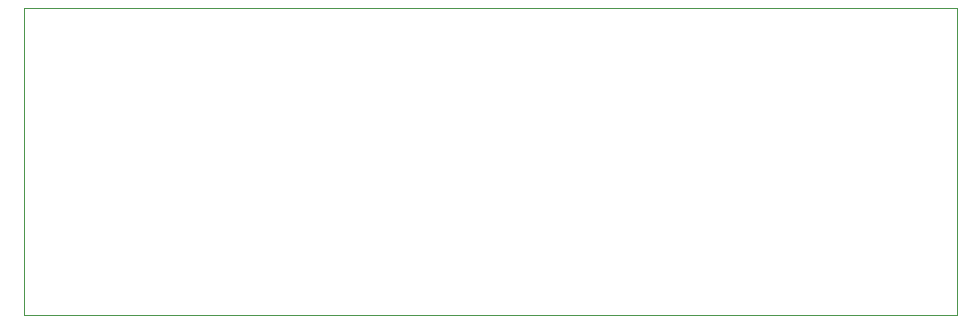
<source format=gbr>
G04 #@! TF.GenerationSoftware,KiCad,Pcbnew,5.1.5+dfsg1-2build2*
G04 #@! TF.CreationDate,2021-02-02T09:52:32+02:00*
G04 #@! TF.ProjectId,lm3488_dcdc,6c6d3334-3838-45f6-9463-64632e6b6963,rev?*
G04 #@! TF.SameCoordinates,Original*
G04 #@! TF.FileFunction,Profile,NP*
%FSLAX46Y46*%
G04 Gerber Fmt 4.6, Leading zero omitted, Abs format (unit mm)*
G04 Created by KiCad (PCBNEW 5.1.5+dfsg1-2build2) date 2021-02-02 09:52:32*
%MOMM*%
%LPD*%
G04 APERTURE LIST*
%ADD10C,0.050000*%
G04 APERTURE END LIST*
D10*
X15000000Y-15000000D02*
X15000000Y-41000000D01*
X94000000Y-15000000D02*
X15000000Y-15000000D01*
X94000000Y-41000000D02*
X94000000Y-15000000D01*
X15000000Y-41000000D02*
X94000000Y-41000000D01*
M02*

</source>
